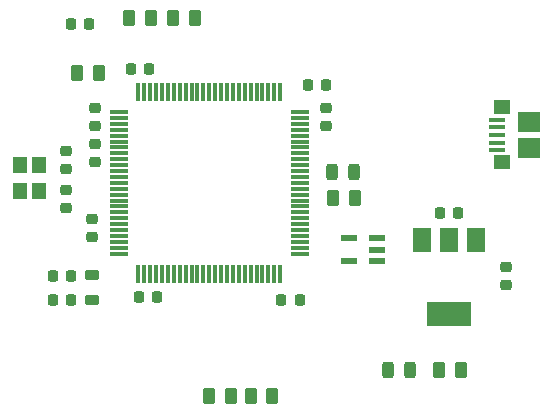
<source format=gbr>
%TF.GenerationSoftware,KiCad,Pcbnew,7.0.2*%
%TF.CreationDate,2024-09-03T13:40:22+05:30*%
%TF.ProjectId,EPS_ControlUnit,4550535f-436f-46e7-9472-6f6c556e6974,rev?*%
%TF.SameCoordinates,Original*%
%TF.FileFunction,Paste,Top*%
%TF.FilePolarity,Positive*%
%FSLAX46Y46*%
G04 Gerber Fmt 4.6, Leading zero omitted, Abs format (unit mm)*
G04 Created by KiCad (PCBNEW 7.0.2) date 2024-09-03 13:40:22*
%MOMM*%
%LPD*%
G01*
G04 APERTURE LIST*
G04 Aperture macros list*
%AMRoundRect*
0 Rectangle with rounded corners*
0 $1 Rounding radius*
0 $2 $3 $4 $5 $6 $7 $8 $9 X,Y pos of 4 corners*
0 Add a 4 corners polygon primitive as box body*
4,1,4,$2,$3,$4,$5,$6,$7,$8,$9,$2,$3,0*
0 Add four circle primitives for the rounded corners*
1,1,$1+$1,$2,$3*
1,1,$1+$1,$4,$5*
1,1,$1+$1,$6,$7*
1,1,$1+$1,$8,$9*
0 Add four rect primitives between the rounded corners*
20,1,$1+$1,$2,$3,$4,$5,0*
20,1,$1+$1,$4,$5,$6,$7,0*
20,1,$1+$1,$6,$7,$8,$9,0*
20,1,$1+$1,$8,$9,$2,$3,0*%
G04 Aperture macros list end*
%ADD10RoundRect,0.075000X-0.725000X-0.075000X0.725000X-0.075000X0.725000X0.075000X-0.725000X0.075000X0*%
%ADD11RoundRect,0.075000X-0.075000X-0.725000X0.075000X-0.725000X0.075000X0.725000X-0.075000X0.725000X0*%
%ADD12RoundRect,0.225000X0.250000X-0.225000X0.250000X0.225000X-0.250000X0.225000X-0.250000X-0.225000X0*%
%ADD13RoundRect,0.250000X-0.262500X-0.450000X0.262500X-0.450000X0.262500X0.450000X-0.262500X0.450000X0*%
%ADD14R,1.400000X0.400000*%
%ADD15R,1.450000X1.150000*%
%ADD16R,1.900000X1.750000*%
%ADD17RoundRect,0.225000X0.225000X0.250000X-0.225000X0.250000X-0.225000X-0.250000X0.225000X-0.250000X0*%
%ADD18R,1.500000X2.000000*%
%ADD19R,3.800000X2.000000*%
%ADD20RoundRect,0.243750X0.243750X0.456250X-0.243750X0.456250X-0.243750X-0.456250X0.243750X-0.456250X0*%
%ADD21RoundRect,0.225000X-0.250000X0.225000X-0.250000X-0.225000X0.250000X-0.225000X0.250000X0.225000X0*%
%ADD22RoundRect,0.250000X0.262500X0.450000X-0.262500X0.450000X-0.262500X-0.450000X0.262500X-0.450000X0*%
%ADD23RoundRect,0.225000X-0.225000X-0.250000X0.225000X-0.250000X0.225000X0.250000X-0.225000X0.250000X0*%
%ADD24RoundRect,0.218750X-0.381250X0.218750X-0.381250X-0.218750X0.381250X-0.218750X0.381250X0.218750X0*%
%ADD25R,1.200000X1.400000*%
%ADD26R,1.473200X0.558800*%
G04 APERTURE END LIST*
D10*
%TO.C,U1*%
X131329000Y-84552000D03*
X131329000Y-85052000D03*
X131329000Y-85552000D03*
X131329000Y-86052000D03*
X131329000Y-86552000D03*
X131329000Y-87052000D03*
X131329000Y-87552000D03*
X131329000Y-88052000D03*
X131329000Y-88552000D03*
X131329000Y-89052000D03*
X131329000Y-89552000D03*
X131329000Y-90052000D03*
X131329000Y-90552000D03*
X131329000Y-91052000D03*
X131329000Y-91552000D03*
X131329000Y-92052000D03*
X131329000Y-92552000D03*
X131329000Y-93052000D03*
X131329000Y-93552000D03*
X131329000Y-94052000D03*
X131329000Y-94552000D03*
X131329000Y-95052000D03*
X131329000Y-95552000D03*
X131329000Y-96052000D03*
X131329000Y-96552000D03*
D11*
X133004000Y-98227000D03*
X133504000Y-98227000D03*
X134004000Y-98227000D03*
X134504000Y-98227000D03*
X135004000Y-98227000D03*
X135504000Y-98227000D03*
X136004000Y-98227000D03*
X136504000Y-98227000D03*
X137004000Y-98227000D03*
X137504000Y-98227000D03*
X138004000Y-98227000D03*
X138504000Y-98227000D03*
X139004000Y-98227000D03*
X139504000Y-98227000D03*
X140004000Y-98227000D03*
X140504000Y-98227000D03*
X141004000Y-98227000D03*
X141504000Y-98227000D03*
X142004000Y-98227000D03*
X142504000Y-98227000D03*
X143004000Y-98227000D03*
X143504000Y-98227000D03*
X144004000Y-98227000D03*
X144504000Y-98227000D03*
X145004000Y-98227000D03*
D10*
X146679000Y-96552000D03*
X146679000Y-96052000D03*
X146679000Y-95552000D03*
X146679000Y-95052000D03*
X146679000Y-94552000D03*
X146679000Y-94052000D03*
X146679000Y-93552000D03*
X146679000Y-93052000D03*
X146679000Y-92552000D03*
X146679000Y-92052000D03*
X146679000Y-91552000D03*
X146679000Y-91052000D03*
X146679000Y-90552000D03*
X146679000Y-90052000D03*
X146679000Y-89552000D03*
X146679000Y-89052000D03*
X146679000Y-88552000D03*
X146679000Y-88052000D03*
X146679000Y-87552000D03*
X146679000Y-87052000D03*
X146679000Y-86552000D03*
X146679000Y-86052000D03*
X146679000Y-85552000D03*
X146679000Y-85052000D03*
X146679000Y-84552000D03*
D11*
X145004000Y-82877000D03*
X144504000Y-82877000D03*
X144004000Y-82877000D03*
X143504000Y-82877000D03*
X143004000Y-82877000D03*
X142504000Y-82877000D03*
X142004000Y-82877000D03*
X141504000Y-82877000D03*
X141004000Y-82877000D03*
X140504000Y-82877000D03*
X140004000Y-82877000D03*
X139504000Y-82877000D03*
X139004000Y-82877000D03*
X138504000Y-82877000D03*
X138004000Y-82877000D03*
X137504000Y-82877000D03*
X137004000Y-82877000D03*
X136504000Y-82877000D03*
X136004000Y-82877000D03*
X135504000Y-82877000D03*
X135004000Y-82877000D03*
X134504000Y-82877000D03*
X134004000Y-82877000D03*
X133504000Y-82877000D03*
X133004000Y-82877000D03*
%TD*%
D12*
%TO.C,C2*%
X126850000Y-89379000D03*
X126850000Y-87829000D03*
%TD*%
D13*
%TO.C,R5*%
X149491500Y-91822000D03*
X151316500Y-91822000D03*
%TD*%
D14*
%TO.C,J2*%
X163405000Y-87788000D03*
X163405000Y-87138000D03*
X163405000Y-86488000D03*
X163405000Y-85838000D03*
X163405000Y-85188000D03*
D15*
X163825000Y-88808000D03*
D16*
X166055000Y-87613000D03*
X166055000Y-85363000D03*
D15*
X163825000Y-84168000D03*
%TD*%
D17*
%TO.C,C7*%
X134572000Y-100204000D03*
X133022000Y-100204000D03*
%TD*%
D12*
%TO.C,C5*%
X129352000Y-88787000D03*
X129352000Y-87237000D03*
%TD*%
D17*
%TO.C,C9*%
X148923000Y-82297000D03*
X147373000Y-82297000D03*
%TD*%
D13*
%TO.C,R8*%
X142513000Y-108586000D03*
X144338000Y-108586000D03*
%TD*%
D18*
%TO.C,U2*%
X157024000Y-95378000D03*
D19*
X159324000Y-101678000D03*
D18*
X159324000Y-95378000D03*
X161624000Y-95378000D03*
%TD*%
D12*
%TO.C,C11*%
X148910000Y-85739000D03*
X148910000Y-84189000D03*
%TD*%
D13*
%TO.C,R1*%
X127804500Y-81281000D03*
X129629500Y-81281000D03*
%TD*%
%TO.C,R2*%
X158460000Y-106427000D03*
X160285000Y-106427000D03*
%TD*%
D17*
%TO.C,C1*%
X128857000Y-77090000D03*
X127307000Y-77090000D03*
%TD*%
D20*
%TO.C,D1*%
X155992000Y-106427000D03*
X154117000Y-106427000D03*
%TD*%
D21*
%TO.C,C6*%
X126850000Y-91131000D03*
X126850000Y-92681000D03*
%TD*%
D22*
%TO.C,R7*%
X140805500Y-108586000D03*
X138980500Y-108586000D03*
%TD*%
D21*
%TO.C,C4*%
X129352000Y-84189000D03*
X129352000Y-85739000D03*
%TD*%
D17*
%TO.C,C8*%
X146650000Y-100458000D03*
X145100000Y-100458000D03*
%TD*%
D13*
%TO.C,R3*%
X135956000Y-76582000D03*
X137781000Y-76582000D03*
%TD*%
D23*
%TO.C,C10*%
X132387000Y-80900000D03*
X133937000Y-80900000D03*
%TD*%
D22*
%TO.C,R4*%
X134074500Y-76582000D03*
X132249500Y-76582000D03*
%TD*%
D12*
%TO.C,C12*%
X129098000Y-93587000D03*
X129098000Y-95137000D03*
%TD*%
%TO.C,C16*%
X164136000Y-99201000D03*
X164136000Y-97651000D03*
%TD*%
D17*
%TO.C,C13*%
X127320000Y-98426000D03*
X125770000Y-98426000D03*
%TD*%
%TO.C,C14*%
X127333000Y-100458000D03*
X125783000Y-100458000D03*
%TD*%
D23*
%TO.C,C15*%
X158535000Y-93092000D03*
X160085000Y-93092000D03*
%TD*%
D24*
%TO.C,120R1*%
X129072000Y-98379500D03*
X129072000Y-100504500D03*
%TD*%
D20*
%TO.C,D2*%
X151244500Y-89663000D03*
X149369500Y-89663000D03*
%TD*%
D25*
%TO.C,Y1*%
X123002000Y-89028000D03*
X123002000Y-91228000D03*
X124602000Y-91228000D03*
X124602000Y-89028000D03*
%TD*%
D26*
%TO.C,U3*%
X153228000Y-97156000D03*
X153228000Y-96205999D03*
X153228000Y-95255998D03*
X150840400Y-95255998D03*
X150840400Y-97156000D03*
%TD*%
M02*

</source>
